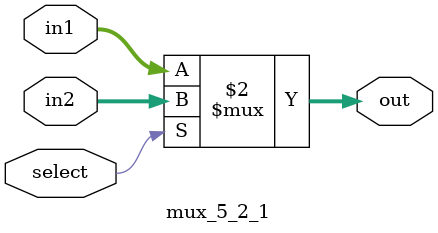
<source format=v>
module mux_5_2_1(
// define input  port
input  [4:0]in1,
input [4:0]in2, 
input select,
// define the output port
output  [4:0]out
);
// assign one of the inputs to the output based upon select line input
assign out = (select==1'b1) ? in2 : in1;
endmodule 
</source>
